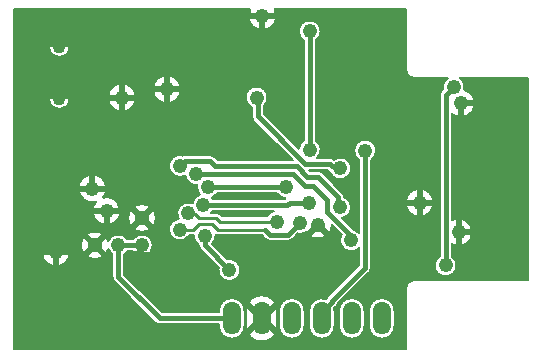
<source format=gbl>
%FSLAX23Y23*%
%MOMM*%
G04 EasyPC Gerber Version 16.0.6 Build 3249 *
%ADD76O,1.52400X2.79400*%
%ADD74C,0.12700*%
%ADD75C,0.25400*%
%ADD81C,0.38100*%
%ADD96C,0.50000*%
%ADD89C,1.10320*%
%ADD80C,1.21920*%
X0Y0D02*
D02*
D74*
X455539Y454447D02*
X455983D01*
G75*
G02X456297Y454317J-445*
G01*
X456467Y454147*
X460270*
G75*
G02X460830Y454595I814J-445*
G01*
X455659*
G75*
G02X455539Y454447I-776J508*
G01*
G36*
X455983*
G75*
G02X456297Y454317J-445*
G01*
X456467Y454147*
X460270*
G75*
G02X460830Y454595I814J-445*
G01*
X455659*
G75*
G02X455539Y454447I-776J508*
G01*
G37*
X455573Y455722D02*
G75*
G02X455659Y455610I-690J-620D01*
G01*
X461773*
X461824Y455662*
G75*
G02X461839Y455676I358J-358*
G01*
G75*
G02X461108Y456095I44J926*
G01*
X456059*
G75*
G02X455573Y455722I-776J508*
G01*
G36*
G75*
G02X455659Y455610I-690J-620*
G01*
X461773*
X461824Y455662*
G75*
G02X461839Y455676I358J-358*
G01*
G75*
G02X461108Y456095I44J926*
G01*
X456059*
G75*
G02X455573Y455722I-776J508*
G01*
G37*
X482383Y448738D02*
Y465868D01*
X476607*
G75*
G02X476972Y464839I-524J-765*
G01*
G75*
G02X477856Y463703I-289J-1137*
G01*
G75*
G02X475891Y462837I-1173*
G01*
Y453815*
G75*
G02X477656Y452803I592J-1013*
G01*
G75*
G02X475891Y451790I-1173*
G01*
Y450778*
G75*
G02X476310Y450003I-508J-776*
G01*
G75*
G02X474456I-927*
G01*
G75*
G02X474875Y450778I927*
G01*
Y464403*
G75*
G02X475024Y464762I508*
G01*
X475176Y464913*
G75*
G02X475559Y465868I908J189*
G01*
X472683*
G75*
G02X472048Y466503J635*
G01*
Y471668*
X460911*
G75*
G02X461056Y471103I-1028J-565*
G01*
G75*
G02X458710I-1173*
G01*
G75*
G02X458855Y471668I1173*
G01*
X438818*
Y442938*
X472048*
Y448103*
G75*
G02X472683Y448738I635*
G01*
X482383*
X441210Y451103D02*
G75*
G02X443556I1173D01*
G01*
G75*
G02X441210I-1173*
G01*
X441814Y464103D02*
G75*
G02X443552I869D01*
G01*
G75*
G02X441814I-869*
G01*
Y468503D02*
G75*
G02X443552I869D01*
G01*
G75*
G02X441814I-869*
G01*
X445798Y455373D02*
G75*
G02X444310Y456503I-315J1130D01*
G01*
G75*
G02X446656I1173*
G01*
G75*
G02X446368Y455733I-1173J0*
G01*
G75*
G02X447856Y454603I315J-1130*
G01*
G75*
G02X445510I-1173*
G01*
G75*
G02X445798Y455373I1173*
G01*
X446810Y464203D02*
G75*
G02X449156I1173D01*
G01*
G75*
G02X446810I-1173*
G01*
X446812Y451385D02*
G75*
G02X444510Y451703I-1129J318D01*
G01*
G75*
G02X446812Y452021I1173*
G01*
G75*
G02X448459Y452211I871J-318*
G01*
X448908*
G75*
G02X450610Y451703I776J-508*
G01*
G75*
G02X448908Y451195I-927*
G01*
X448459*
G75*
G02X448191Y450927I-776J508*
G01*
Y449213*
X451394Y446010*
X456204*
Y446138*
G75*
G02X458363I1080*
G01*
Y444868*
G75*
G02X456204I-1080*
G01*
Y444995*
X451183*
G75*
G02X450824Y445143J508*
G01*
X447324Y448643*
G75*
G02X447175Y449003I359J359*
G01*
Y450927*
G75*
G02X446812Y451385I508J776*
G01*
X448510Y454003D02*
G75*
G02X450856I1173D01*
G01*
G75*
G02X448510I-1173*
G01*
X450610Y464903D02*
G75*
G02X452956I1173D01*
G01*
G75*
G02X450610I-1173*
G01*
X452789Y453925D02*
G75*
G02X453967Y455246I795J478D01*
G01*
G75*
G02X454593Y455983I916J-144*
G01*
G75*
G02X454373Y456780I690J620*
G01*
G75*
G02X453361Y457608I-90J923*
G01*
G75*
G02X451956Y458403I-478J795*
G01*
G75*
G02X453146Y459292I927*
G01*
G75*
G02X453283Y459310I137J-489*
G01*
X455483*
G75*
G02X455842Y459162J-508*
G01*
X456094Y458911*
X462457*
X459124Y462243*
G75*
G02X458975Y462603I359J359*
G01*
Y463370*
G75*
G02X458456Y464203I408J833*
G01*
G75*
G02X460310I927*
G01*
G75*
G02X459991Y463503I-927*
G01*
Y462813*
X462957Y459847*
G75*
G02X463375Y460578I926J-44*
G01*
Y469027*
G75*
G02X462956Y469803I508J776*
G01*
G75*
G02X464810I927*
G01*
G75*
G02X464391Y469027I-927*
G01*
Y460578*
G75*
G02X464500Y459110I-508J-776*
G01*
X465583*
G75*
G02X465942Y458962J-508*
G01*
X465946Y458958*
G75*
G02X467410Y458203I537J-756*
G01*
G75*
G02X465632Y457836I-927*
G01*
G75*
G02X465624Y457843I352J364*
G01*
X465373Y458095*
X463810*
X463894Y458010*
X464583*
G75*
G02X464942Y457862J-508*
G01*
X466642Y456162*
G75*
G02X466791Y455803I-359J-359*
G01*
Y455777*
G75*
G02X466619Y453985I-308J-874*
G01*
X467600Y453004*
G75*
G02X468075Y452720I-217J-901*
G01*
Y458927*
G75*
G02X467656Y459703I508J776*
G01*
G75*
G02X469510I927*
G01*
G75*
G02X469091Y458927I-927*
G01*
Y449803*
G75*
G02X468942Y449443I-508*
G01*
X466275Y446776*
G75*
G02X466142Y446543I-492J126*
G01*
X465959Y446360*
G75*
G02X465983Y446138I-1056J-223*
G01*
Y444868*
G75*
G02X463824I-1080*
G01*
Y446138*
G75*
G02X465295Y447143I1080*
G01*
G75*
G02X465424Y447362I488J-141*
G01*
X468075Y450013*
Y451485*
G75*
G02X466588Y452579I-692J617*
G01*
X465756Y453411*
G75*
G02Y453403I-1171J-4*
G01*
G75*
G02X463569Y452813I-1173*
G01*
G75*
G02X462894Y452695I-486J790*
G01*
X462442Y452243*
G75*
G02X462083Y452095I-359J359*
G01*
X460483*
G75*
G02X460124Y452243J508*
G01*
X459809Y452558*
X456083*
G75*
G02X455906Y452595J445*
G01*
G75*
G02X455910Y452503I-923J-92*
G01*
G75*
G02X455597Y451807I-927*
G01*
X456894Y450510*
G75*
G02X458010Y449603I189J-908*
G01*
G75*
G02X456156I-927*
G01*
G75*
G02X456176Y449792I927*
G01*
X454624Y451343*
G75*
G02X454475Y451703I359J359*
G01*
Y451727*
G75*
G02X454056Y452503I508J776*
G01*
G75*
G02X454058Y452564I927J-1*
G01*
G75*
G02X453983Y452558I-75J438*
G01*
X453697*
G75*
G02X451956Y453003I-814J445*
G01*
G75*
G02X452789Y453925I927*
G01*
X458498Y444868D02*
Y446138D01*
G75*
G02X461149I1325*
G01*
Y444868*
G75*
G02X458498I-1325*
G01*
X461284D02*
Y446138D01*
G75*
G02X463443I1080*
G01*
Y444868*
G75*
G02X461284I-1080*
G01*
X466364D02*
Y446138D01*
G75*
G02X468523I1080*
G01*
Y444868*
G75*
G02X466364I-1080*
G01*
X468904D02*
Y446138D01*
G75*
G02X471063I1080*
G01*
Y444868*
G75*
G02X468904I-1080*
G01*
X472010Y455303D02*
G75*
G02X474356I1173D01*
G01*
G75*
G02X472010I-1173*
G01*
X438818Y451103D02*
G36*
Y445503D01*
X450465*
X447324Y448643*
G75*
G02X447175Y449003I359J359*
G01*
Y450927*
G75*
G02X446812Y451385I508J776*
G01*
G75*
G02X444675Y451103I-1129J318*
G01*
X443556*
G75*
G02X441210I-1173*
G01*
X438818*
G37*
X441210D02*
G36*
G75*
G02X443556I1173D01*
G01*
X444675*
G75*
G02X444510Y451703I1008J600*
G01*
G75*
G02X446812Y452021I1173*
G01*
G75*
G02X448459Y452211I871J-318*
G01*
X448908*
G75*
G02X450610Y451703I776J-508*
G01*
G75*
G02X450390Y451103I-927J0*
G01*
X454865*
X454624Y451343*
G75*
G02X454475Y451703I359J359*
G01*
Y451727*
G75*
G02X454056Y452503I508J776*
G01*
G75*
G02X454058Y452564I927J-1*
G01*
G75*
G02X453983Y452558I-75J438*
G01*
X453697*
G75*
G02X451956Y453003I-814J445*
G01*
G75*
G02X452789Y453925I927*
G01*
G75*
G02X452747Y454003I795J478*
G01*
X450856*
G75*
G02X448510I-1173*
G01*
X447691*
G75*
G02X445675I-1008J600*
G01*
X438818*
Y451103*
X441210*
G37*
X450390D02*
G36*
G75*
G02X448908Y451195I-707J600D01*
G01*
X448459*
G75*
G02X448191Y450927I-776J508*
G01*
Y449213*
X451394Y446010*
X456204*
Y446138*
G75*
G02X458363I1080*
G01*
Y445503*
X458498*
Y446138*
G75*
G02X461149I1325*
G01*
Y445503*
X461284*
Y446138*
G75*
G02X463443I1080*
G01*
Y445503*
X463824*
Y446138*
G75*
G02X465295Y447143I1080*
G01*
G75*
G02X465424Y447362I488J-141*
G01*
X468075Y450013*
Y451485*
G75*
G02X466588Y452579I-692J617*
G01*
X465756Y453411*
G75*
G02Y453403I-1171J-4*
G01*
G75*
G02X463569Y452813I-1173*
G01*
G75*
G02X462894Y452695I-486J790*
G01*
X462442Y452243*
G75*
G02X462083Y452095I-359J359*
G01*
X460483*
G75*
G02X460124Y452243J508*
G01*
X459809Y452558*
X456083*
G75*
G02X455906Y452595J445*
G01*
G75*
G02X455910Y452503I-923J-92*
G01*
G75*
G02X455597Y451807I-927*
G01*
X456894Y450510*
G75*
G02X458010Y449603I189J-908*
G01*
G75*
G02X456156I-927*
G01*
G75*
G02X456176Y449792I927*
G01*
X454865Y451103*
X450390*
G37*
X469091D02*
G36*
Y449803D01*
G75*
G02X468942Y449443I-508*
G01*
X466275Y446776*
G75*
G02X466142Y446543I-492J126*
G01*
X465959Y446360*
G75*
G02X465983Y446138I-1056J-223*
G01*
Y445503*
X466364*
Y446138*
G75*
G02X468523I1080*
G01*
Y445503*
X468904*
Y446138*
G75*
G02X471063I1080*
G01*
Y445503*
X472048*
Y448103*
G75*
G02X472683Y448738I635*
G01*
X482383*
Y465868*
X476607*
G75*
G02X476972Y464839I-524J-765*
G01*
G75*
G02X477856Y463703I-289J-1137*
G01*
G75*
G02X475891Y462837I-1173*
G01*
Y453815*
G75*
G02X477656Y452803I592J-1013*
G01*
G75*
G02X475891Y451790I-1173*
G01*
Y450778*
G75*
G02X476310Y450003I-508J-776*
G01*
G75*
G02X474456I-927*
G01*
G75*
G02X474875Y450778I927*
G01*
Y451103*
X469091*
G37*
X474875D02*
G36*
Y454003D01*
X469091*
Y451103*
X474875*
G37*
X438818Y464103D02*
G36*
Y455553D01*
X444795*
G75*
G02X444310Y456503I688J950*
G01*
G75*
G02X446656I1173*
G01*
G75*
G02X446368Y455733I-1173J0*
G01*
G75*
G02X447371Y455553I315J-1130*
G01*
X454073*
G75*
G02X454593Y455983I811J-450*
G01*
G75*
G02X454373Y456780I690J620*
G01*
G75*
G02X453361Y457608I-90J923*
G01*
G75*
G02X451956Y458403I-478J795*
G01*
G75*
G02X453146Y459292I927*
G01*
G75*
G02X453283Y459310I137J-489*
G01*
X455483*
G75*
G02X455842Y459162J-508*
G01*
X456094Y458911*
X462457*
X459124Y462243*
G75*
G02X458975Y462603I359J359*
G01*
Y463370*
G75*
G02X458461Y464103I408J833*
G01*
X452641*
G75*
G02X450925I-858J800*
G01*
X449152*
G75*
G02X446814I-1169J100*
G01*
X443552*
G75*
G02X441814I-869*
G01*
X438818*
G37*
X441814D02*
G36*
G75*
G02X443552I869D01*
G01*
X446814*
G75*
G02X446810Y464203I1169J100*
G01*
G75*
G02X449156I1173*
G01*
G75*
G02X449152Y464103I-1173J0*
G01*
X450925*
G75*
G02X450610Y464903I858J800*
G01*
G75*
G02X452956I1173*
G01*
G75*
G02X452641Y464103I-1173*
G01*
X458461*
G75*
G02X458456Y464203I922J100*
G01*
G75*
G02X460310I927*
G01*
G75*
G02X459991Y463503I-927*
G01*
Y462813*
X462957Y459847*
G75*
G02X463375Y460578I926J-44*
G01*
Y468503*
X443552*
G75*
G02X441814I-869*
G01*
X438818*
Y464103*
X441814*
G37*
X464391D02*
G36*
Y460578D01*
G75*
G02X464500Y459110I-508J-776*
G01*
X465583*
G75*
G02X465942Y458962J-508*
G01*
X465946Y458958*
G75*
G02X467410Y458203I537J-756*
G01*
G75*
G02X465632Y457836I-927*
G01*
G75*
G02X465624Y457843I352J364*
G01*
X465373Y458095*
X463810*
X463894Y458010*
X464583*
G75*
G02X464942Y457862J-508*
G01*
X466642Y456162*
G75*
G02X466791Y455803I-359J-359*
G01*
Y455777*
G75*
G02X466619Y453985I-308J-874*
G01*
X467600Y453004*
G75*
G02X468075Y452720I-217J-901*
G01*
Y458927*
G75*
G02X467656Y459703I508J776*
G01*
G75*
G02X469510I927*
G01*
G75*
G02X469091Y458927I-927*
G01*
Y455553*
X472037*
G75*
G02X474329I1146J-250*
G01*
X474875*
Y464103*
X464391*
G37*
X474875D02*
G36*
Y464403D01*
G75*
G02X475024Y464762I508*
G01*
X475176Y464913*
G75*
G02X475559Y465868I908J189*
G01*
X472683*
G75*
G02X472048Y466503J635*
G01*
Y468503*
X464391*
Y464103*
X474875*
G37*
X441814Y468503D02*
G36*
G75*
G02X443552I869D01*
G01*
X463375*
Y469027*
G75*
G02X462956Y469803I508J776*
G01*
G75*
G02X464810I927*
G01*
G75*
G02X464391Y469027I-927*
G01*
Y468503*
X472048*
Y471668*
X460911*
G75*
G02X461056Y471103I-1028J-565*
G01*
G75*
G02X458710I-1173*
G01*
G75*
G02X458855Y471668I1173*
G01*
X438818*
Y468503*
X441814*
G37*
X438818Y455553D02*
G36*
Y454003D01*
X445675*
G75*
G02X445510Y454603I1008J600*
G01*
G75*
G02X445798Y455373I1173*
G01*
G75*
G02X444795Y455553I-315J1130*
G01*
X438818*
G37*
X447371D02*
G36*
G75*
G02X447856Y454603I-688J-950D01*
G01*
G75*
G02X447691Y454003I-1173J0*
G01*
X448510*
G75*
G02X450856I1173*
G01*
X452747*
G75*
G02X453967Y455246I836J400*
G01*
G75*
G02X454073Y455553I916J-144*
G01*
X447371*
G37*
X469091D02*
G36*
Y454003D01*
X474875*
Y455553*
X474329*
G75*
G02X474356Y455303I-1146J-250*
G01*
G75*
G02X472010I-1173*
G01*
G75*
G02X472037Y455553I1173J0*
G01*
X469091*
G37*
X438818Y445503D02*
G36*
Y442938D01*
X472048*
Y445503*
X471063*
Y444868*
G75*
G02X468904I-1080*
G01*
Y445503*
X468523*
Y444868*
G75*
G02X466364I-1080*
G01*
Y445503*
X465983*
Y444868*
G75*
G02X463824I-1080*
G01*
Y445503*
X463443*
Y444868*
G75*
G02X461284I-1080*
G01*
Y445503*
X461149*
Y444868*
G75*
G02X458498I-1325*
G01*
Y445503*
X458363*
Y444868*
G75*
G02X456204I-1080*
G01*
Y444995*
X451183*
G75*
G02X450824Y445143J508*
G01*
X450465Y445503*
X438818*
G37*
D02*
D75*
X452883Y453003D02*
X453983D01*
X454483Y453503*
X455583*
X456083Y453003*
X460083*
X453583Y454303D02*
X454183D01*
X454483Y454003*
X455983*
X456283Y453703*
X461083*
D02*
D76*
X457283Y445503D03*
X459823D03*
X462363D03*
X464903D03*
X467443D03*
X469983D03*
D02*
D80*
X442383Y451103D03*
X445483Y456503D03*
X445683Y451703D03*
X446683Y454603D03*
X447683Y451703D03*
X447983Y464203D03*
X449683Y451703D03*
Y454003D03*
X451783Y464903D03*
X452883Y453003D03*
Y458403D03*
X453583Y454403D03*
X454283Y457703D03*
X454883Y455103D03*
X454983Y452503D03*
X455283Y456603D03*
X457083Y449603D03*
X459383Y464203D03*
X459883Y471103D03*
X461083Y453703D03*
X461883Y456603D03*
X463083Y453603D03*
X463783Y455303D03*
X463883Y459803D03*
Y469803D03*
X464583Y453403D03*
X466483Y454903D03*
Y458203D03*
X467383Y452103D03*
X468583Y459703D03*
X473183Y455303D03*
X475383Y450003D03*
X476083Y465103D03*
X476483Y452803D03*
X476683Y463703D03*
D02*
D81*
X442383Y451103D02*
X445483Y456503*
Y456603D01*
X445683Y451703D02*
X445383D01*
X446683Y454603D02*
Y454703D01*
X446583*
X447683Y451703D02*
Y449003D01*
X451183Y445503*
X457283*
X447983Y464203D02*
X449683Y451703*
X447683D01*
X451783Y464903D02*
X452883Y458403*
X453283Y458803D01*
X455483*
X455883Y458403*
X462783*
X463683Y457503*
X464583*
X466283Y455803*
Y454903*
X466483*
X453583Y454403D02*
Y454303D01*
X455283Y456603D02*
X461883D01*
X457083Y449603D02*
X454983Y451703D01*
Y452503*
X459383Y464203D02*
X459483D01*
Y462603*
X463483Y458603*
X465583*
X465983Y458203*
X466483*
X460083Y453003D02*
X460483Y452603D01*
X462083*
X463083Y453603*
X463783Y455303D02*
X462183D01*
X461983Y455103*
X454883*
X463883Y469803D02*
Y459803D01*
X467383Y452103D02*
Y452503D01*
X465383Y454503*
Y455503*
X464183Y456703*
X463483*
X462483Y457703*
X454283*
X468583Y459703D02*
Y449803D01*
X465783Y447003*
Y446903*
X464903Y446022*
Y445503*
X476083Y465103D02*
X475383Y464403D01*
Y450003*
D02*
D89*
X442683Y464103D03*
Y468503D03*
D02*
D96*
X442024Y451103D02*
X441024D01*
X442383Y450743D02*
Y449743D01*
Y451462D02*
Y452462D01*
X442743Y451103D02*
X443743D01*
X445124Y456503D02*
X444124D01*
X445429Y451448D02*
X444722Y450741D01*
X445429Y451957D02*
X444722Y452664D01*
X445483Y456862D02*
Y457862D01*
X445843Y456503D02*
X446843D01*
X445937Y451448D02*
X446645Y450741D01*
X445937Y451957D02*
X446645Y452664D01*
X446324Y454603D02*
X445324D01*
X446683Y454243D02*
Y453243D01*
X447043Y454603D02*
X448043D01*
X447624Y464203D02*
X446624D01*
X447983Y463843D02*
Y462843D01*
Y464562D02*
Y465562D01*
X448343Y464203D02*
X449343D01*
X449429Y453748D02*
X448722Y453041D01*
X449429Y454257D02*
X448722Y454964D01*
X449937Y453748D02*
X450645Y453041D01*
X449937Y454257D02*
X450645Y454964D01*
X451424Y464903D02*
X450424D01*
X451783Y464543D02*
Y463543D01*
Y465262D02*
Y466262D01*
X452143Y464903D02*
X453143D01*
X459247Y444926D02*
X458485Y444164D01*
X459247Y446079D02*
X458485Y446841D01*
X459524Y471103D02*
X458524D01*
X459883Y470743D02*
Y469743D01*
X460243Y471103D02*
X461243D01*
X460399Y444926D02*
X461161Y444164D01*
X460399Y446079D02*
X461161Y446841D01*
X464329Y453148D02*
X463622Y452441D01*
X464837Y453148D02*
X465545Y452441D01*
X472824Y455303D02*
X471824D01*
X473183Y454943D02*
Y453943D01*
Y455662D02*
Y456662D01*
X473543Y455303D02*
X474543D01*
X476483Y452443D02*
Y451443D01*
Y453162D02*
Y454162D01*
X476683Y463343D02*
Y462343D01*
X476843Y452803D02*
X477843D01*
X477043Y463703D02*
X478043D01*
X0Y0D02*
M02*

</source>
